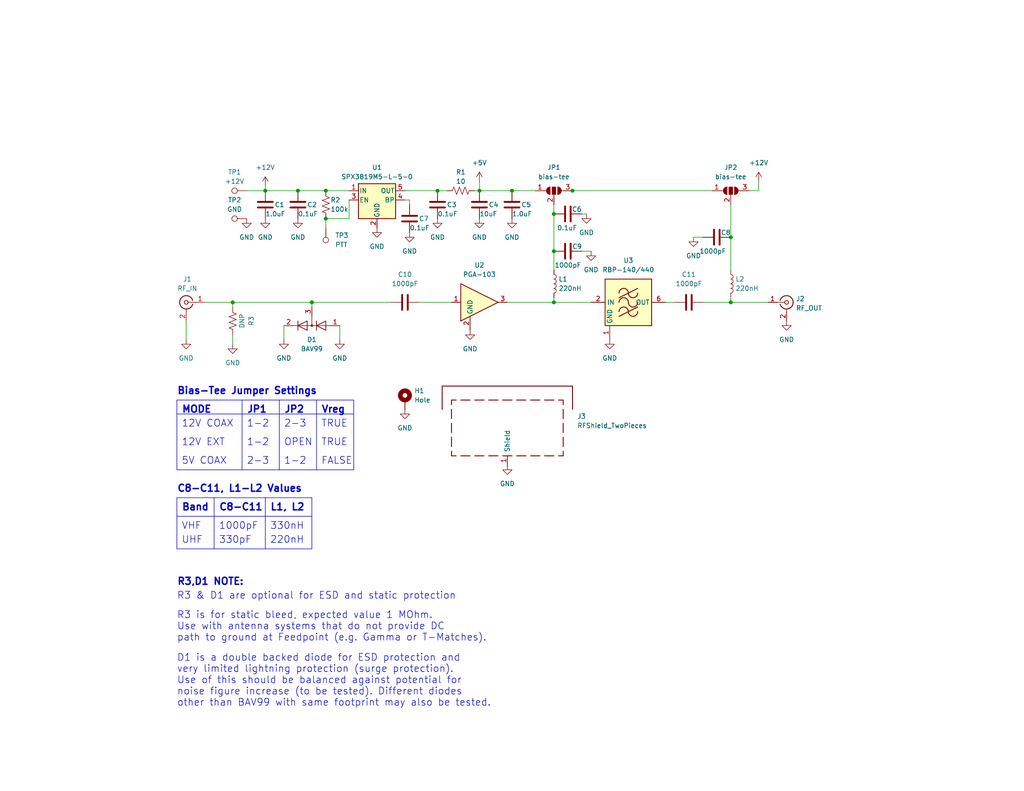
<source format=kicad_sch>
(kicad_sch (version 20230121) (generator eeschema)
  (paper "A")
  (title_block (title "PGA-103+ Preamplifier, Version 1") (date "2023-08-08") (rev "-") (company "VTGS, GSN-DSA") (comment 1 "Preamplifier for VHF/UHF Satellite Rx") (comment 2 "creativecommons.org/licenses/by/4.0/") (comment 3 "License: CC BY 4.0") (comment 4 "Author: Zach Leffke, KJ4QLP"))
  (lib_symbols
    (symbol "Connector:Conn_Coaxial" (pin_names (offset 1.016) hide)
      (property "Reference" "J" (at 0.254 3.048 0))
      (property "Value" "Conn_Coaxial" (at 2.921 0 90))
      (symbol "Conn_Coaxial_0_1"
        (arc (start -1.778 -0.508) (mid 0.2311 -1.8066) (end 1.778 0) (stroke (width 0.254)))
        (polyline (pts (xy -2.54 0) (xy -0.508 0)))
        (polyline (pts (xy 0 -2.54) (xy 0 -1.778)))
        (circle (center 0 0) (radius 0.508) (stroke (width 0.2032)))
        (arc (start 1.778 0) (mid 0.2099 1.8101) (end -1.778 0.508) (stroke (width 0.254)))
      )
      (symbol "Conn_Coaxial_1_1"
        (pin passive line (at -5.08 0 0) (length 2.54) (name "In") (number "1"))
        (pin passive line (at 0 -5.08 90) (length 2.54) (name "Ext") (number "2"))
      )
    )
    (symbol "Connector:TestPoint" (pin_numbers hide) (pin_names (offset 0.762) hide)
      (property "Reference" "TP" (at 0 6.858 0))
      (property "Value" "TestPoint" (at 0 5.08 0))
      (symbol "TestPoint_0_1"
        (circle (center 0 3.302) (radius 0.762))
      )
      (symbol "TestPoint_1_1"
        (pin passive line (at 0 0 90) (length 2.54) (name "1") (number "1"))
      )
    )
    (symbol "Device:C" (pin_numbers hide) (pin_names (offset 0.254))
      (property "Reference" "C" (at 0.635 2.54 0))
      (property "Value" "C" (at 0.635 -2.54 0))
      (symbol "C_0_1"
        (polyline (pts (xy -2.032 -0.762) (xy 2.032 -0.762)) (stroke (width 0.508)))
        (polyline (pts (xy -2.032 0.762) (xy 2.032 0.762)) (stroke (width 0.508)))
      )
      (symbol "C_1_1"
        (pin passive line (at 0 3.81 270) (length 2.794) (name "~") (number "1"))
        (pin passive line (at 0 -3.81 90) (length 2.794) (name "~") (number "2"))
      )
    )
    (symbol "Device:L" (pin_numbers hide) (pin_names (offset 1.016) hide)
      (property "Reference" "L" (at -1.27 0 90))
      (property "Value" "L" (at 1.905 0 90))
      (symbol "L_0_1"
        (arc (start 0 -2.54) (mid 0.6323 -1.905) (end 0 -1.27))
        (arc (start 0 -1.27) (mid 0.6323 -0.635) (end 0 0))
        (arc (start 0 0) (mid 0.6323 0.635) (end 0 1.27))
        (arc (start 0 1.27) (mid 0.6323 1.905) (end 0 2.54))
      )
      (symbol "L_1_1"
        (pin passive line (at 0 3.81 270) (length 1.27) (name "1") (number "1"))
        (pin passive line (at 0 -3.81 90) (length 1.27) (name "2") (number "2"))
      )
    )
    (symbol "Device:RFShield_TwoPieces" (pin_names (offset 1.016))
      (property "Reference" "J" (at 0 5.08 0))
      (property "Value" "RFShield_TwoPieces" (at 0 2.54 0))
      (symbol "RFShield_TwoPieces_0_1"
        (polyline (pts (xy -15.24 -5.08) (xy -15.24 -2.54)) (stroke (width 0.254)))
        (polyline (pts (xy -15.24 -1.27) (xy -15.24 1.27)) (stroke (width 0.254)))
        (polyline (pts (xy -15.24 2.54) (xy -15.24 5.08)) (stroke (width 0.254)))
        (polyline (pts (xy -12.7 7.62) (xy -10.16 7.62)) (stroke (width 0.254)))
        (polyline (pts (xy -10.16 -7.62) (xy -12.7 -7.62)) (stroke (width 0.254)))
        (polyline (pts (xy -6.35 -7.62) (xy -8.89 -7.62)) (stroke (width 0.254)))
        (polyline (pts (xy -6.35 7.62) (xy -8.89 7.62)) (stroke (width 0.254)))
        (polyline (pts (xy -2.54 -7.62) (xy -5.08 -7.62)) (stroke (width 0.254)))
        (polyline (pts (xy -2.54 7.62) (xy -5.08 7.62)) (stroke (width 0.254)))
        (polyline (pts (xy -1.27 -7.62) (xy 1.27 -7.62)) (stroke (width 0.254)))
        (polyline (pts (xy 1.27 7.62) (xy -1.27 7.62)) (stroke (width 0.254)))
        (polyline (pts (xy 2.54 -7.62) (xy 5.08 -7.62)) (stroke (width 0.254)))
        (polyline (pts (xy 5.08 7.62) (xy 2.54 7.62)) (stroke (width 0.254)))
        (polyline (pts (xy 6.35 -7.62) (xy 8.89 -7.62)) (stroke (width 0.254)))
        (polyline (pts (xy 8.89 7.62) (xy 6.35 7.62)) (stroke (width 0.254)))
        (polyline (pts (xy 10.16 -7.62) (xy 12.7 -7.62)) (stroke (width 0.254)))
        (polyline (pts (xy 12.7 7.62) (xy 10.16 7.62)) (stroke (width 0.254)))
        (polyline (pts (xy 15.24 -5.08) (xy 15.24 -2.54)) (stroke (width 0.254)))
        (polyline (pts (xy 15.24 -1.27) (xy 15.24 1.27)) (stroke (width 0.254)))
        (polyline (pts (xy 15.24 2.54) (xy 15.24 5.08)) (stroke (width 0.254)))
        (polyline (pts (xy -15.24 6.35) (xy -15.24 7.62) (xy -13.97 7.62)) (stroke (width 0.254)))
        (polyline (pts (xy -13.97 -7.62) (xy -15.24 -7.62) (xy -15.24 -6.35)) (stroke (width 0.254)))
        (polyline (pts (xy 13.97 -7.62) (xy 15.24 -7.62) (xy 15.24 -6.35)) (stroke (width 0.254)))
        (polyline (pts (xy 15.24 6.35) (xy 15.24 7.62) (xy 13.97 7.62)) (stroke (width 0.254)))
        (polyline (pts (xy -17.78 5.08) (xy -17.78 11.43) (xy 17.78 11.43) (xy 17.78 5.08)) (stroke (width 0.254)))
      )
      (symbol "RFShield_TwoPieces_1_1"
        (pin passive line (at 0 -10.16 90) (length 2.54) (name "Shield") (number "1"))
      )
    )
    (symbol "Device:R_US" (pin_numbers hide) (pin_names (offset 0))
      (property "Reference" "R" (at 2.54 0 90))
      (property "Value" "R_US" (at -2.54 0 90))
      (symbol "R_US_0_1"
        (polyline (pts (xy 0 -2.286) (xy 0 -2.54)))
        (polyline (pts (xy 0 2.286) (xy 0 2.54)))
        (polyline (pts (xy 0 -0.762) (xy 1.016 -1.143) (xy 0 -1.524) (xy -1.016 -1.905) (xy 0 -2.286)))
        (polyline (pts (xy 0 0.762) (xy 1.016 0.381) (xy 0 0) (xy -1.016 -0.381) (xy 0 -0.762)))
        (polyline (pts (xy 0 2.286) (xy 1.016 1.905) (xy 0 1.524) (xy -1.016 1.143) (xy 0 0.762)))
      )
      (symbol "R_US_1_1"
        (pin passive line (at 0 3.81 270) (length 1.27) (name "~") (number "1"))
        (pin passive line (at 0 -3.81 90) (length 1.27) (name "~") (number "2"))
      )
    )
    (symbol "Diode:BAV99" (pin_names hide)
      (property "Reference" "D" (at 0 5.08 0))
      (property "Value" "BAV99" (at 0 2.54 0))
      (symbol "BAV99_0_1"
        (polyline (pts (xy -5.08 0) (xy 5.08 0)))
      )
      (symbol "BAV99_1_1"
        (polyline (pts (xy 0 0) (xy 0 -2.54)))
        (polyline (pts (xy -1.27 -1.27) (xy -1.27 1.27) (xy -1.27 1.27)) (stroke (width 0.2032)))
        (polyline (pts (xy 3.81 1.27) (xy 3.81 -1.27) (xy 3.81 -1.27)) (stroke (width 0.2032)))
        (polyline (pts (xy -3.81 1.27) (xy -1.27 0) (xy -3.81 -1.27) (xy -3.81 1.27) (xy -3.81 1.27) (xy -3.81 1.27)) (stroke (width 0.2032)))
        (polyline (pts (xy 1.27 1.27) (xy 3.81 0) (xy 1.27 -1.27) (xy 1.27 1.27) (xy 1.27 1.27) (xy 1.27 1.27)) (stroke (width 0.2032)))
        (circle (center 0 0) (radius 0.254) (fill (type outline)))
        (pin passive line (at -7.62 0 0) (length 2.54) (name "K") (number "1"))
        (pin passive line (at 7.62 0 180) (length 2.54) (name "A") (number "2"))
        (pin passive line (at 0 -5.08 90) (length 2.54) (name "K") (number "3"))
      )
    )
    (symbol "Jumper:SolderJumper_3_Open" (pin_names (offset 0) hide)
      (property "Reference" "JP" (at -2.54 -2.54 0))
      (property "Value" "SolderJumper_3_Open" (at 0 2.794 0))
      (symbol "SolderJumper_3_Open_0_1"
        (arc (start -1.016 1.016) (mid -2.0276 0) (end -1.016 -1.016))
        (arc (start -1.016 1.016) (mid -2.0276 0) (end -1.016 -1.016) (fill (type outline)))
        (rectangle (start -0.508 1.016) (end 0.508 -1.016) (fill (type outline)))
        (polyline (pts (xy -2.54 0) (xy -2.032 0)))
        (polyline (pts (xy -1.016 1.016) (xy -1.016 -1.016)))
        (polyline (pts (xy 0 -1.27) (xy 0 -1.016)))
        (polyline (pts (xy 1.016 1.016) (xy 1.016 -1.016)))
        (polyline (pts (xy 2.54 0) (xy 2.032 0)))
        (arc (start 1.016 -1.016) (mid 2.0276 0) (end 1.016 1.016))
        (arc (start 1.016 -1.016) (mid 2.0276 0) (end 1.016 1.016) (fill (type outline)))
      )
      (symbol "SolderJumper_3_Open_1_1"
        (pin passive line (at -5.08 0 0) (length 2.54) (name "A") (number "1"))
        (pin passive line (at 0 -3.81 90) (length 2.54) (name "C") (number "2"))
        (pin passive line (at 5.08 0 180) (length 2.54) (name "B") (number "3"))
      )
    )
    (symbol "Mechanical:MountingHole_Pad" (pin_numbers hide) (pin_names (offset 1.016) hide)
      (property "Reference" "H" (at 0 6.35 0))
      (property "Value" "MountingHole_Pad" (at 0 4.445 0))
      (symbol "MountingHole_Pad_0_1"
        (circle (center 0 1.27) (radius 1.27) (stroke (width 1.27)))
      )
      (symbol "MountingHole_Pad_1_1"
        (pin input line (at 0 -2.54 90) (length 2.54) (name "1") (number "1"))
      )
    )
    (symbol "RF_Amplifier:PGA-103"
      (property "Reference" "U" (at -1.27 7.62 0))
      (property "Value" "PGA-103" (at 2.54 5.08 0))
      (symbol "PGA-103_0_1"
        (polyline (pts (xy 5.08 0) (xy -5.08 5.08) (xy -5.08 -5.08) (xy 5.08 0)) (stroke (width 0.254)) (fill (type background)))
      )
      (symbol "PGA-103_1_1"
        (pin input line (at -7.62 0 0) (length 2.54) (name "~") (number "1"))
        (pin power_in line (at -2.54 -7.62 90) (length 3.81) (name "GND") (number "2"))
        (pin output line (at 7.62 0 180) (length 2.54) (name "~") (number "3"))
      )
    )
    (symbol "RF_Filter:RBP-280"
      (property "Reference" "U" (at -6.35 7.62 0))
      (property "Value" "RBP-280" (at 6.35 7.62 0))
      (symbol "RBP-280_0_1"
        (rectangle (start -6.35 6.35) (end 6.35 -6.35) (stroke (width 0.254)) (fill (type background)))
        (arc (start 0 -2.54) (mid -1.27 -1.2755) (end -2.54 -2.54) (stroke (width 0.254)))
        (arc (start 0 -2.54) (mid 1.27 -3.8045) (end 2.54 -2.54) (stroke (width 0.254)))
        (arc (start 0 0) (mid -1.27 1.2645) (end -2.54 0) (stroke (width 0.254)))
        (polyline (pts (xy -2.54 -3.81) (xy 2.54 -1.27)) (stroke (width 0.254)))
        (polyline (pts (xy -2.54 1.27) (xy 2.54 3.81)) (stroke (width 0.254)))
        (arc (start 0 0) (mid 1.27 -1.2645) (end 2.54 0) (stroke (width 0.254)))
        (arc (start 0 2.54) (mid -1.27 3.8045) (end -2.54 2.54) (stroke (width 0.254)))
        (arc (start 0 2.54) (mid 1.27 1.2755) (end 2.54 2.54) (stroke (width 0.254)))
      )
      (symbol "RBP-280_1_1"
        (pin power_in line (at -5.08 -10.16 90) (length 3.81) (name "GND") (number "1"))
        (pin input line (at -10.16 0 0) (length 3.81) (name "IN") (number "2"))
        (pin passive line (at -5.08 -10.16 90) (length 3.81) hide (name "GND") (number "3"))
        (pin passive line (at -5.08 -10.16 90) (length 3.81) hide (name "GND") (number "4"))
        (pin passive line (at -5.08 -10.16 90) (length 3.81) hide (name "GND") (number "5"))
        (pin output line (at 10.16 0 180) (length 3.81) (name "OUT") (number "6"))
        (pin passive line (at -5.08 -10.16 90) (length 3.81) hide (name "GND") (number "7"))
        (pin passive line (at -5.08 -10.16 90) (length 3.81) hide (name "GND") (number "8"))
      )
    )
    (symbol "Regulator_Linear:SPX3819M5-L-5-0" (pin_names (offset 0.254))
      (property "Reference" "U" (at -3.81 5.715 0))
      (property "Value" "SPX3819M5-L-5-0" (at 0 5.715 0))
      (symbol "SPX3819M5-L-5-0_0_1"
        (rectangle (start -5.08 4.445) (end 5.08 -5.08) (stroke (width 0.254)) (fill (type background)))
      )
      (symbol "SPX3819M5-L-5-0_1_1"
        (pin power_in line (at -7.62 2.54 0) (length 2.54) (name "IN") (number "1"))
        (pin power_in line (at 0 -7.62 90) (length 2.54) (name "GND") (number "2"))
        (pin input line (at -7.62 0 0) (length 2.54) (name "EN") (number "3"))
        (pin input line (at 7.62 0 180) (length 2.54) (name "BP") (number "4"))
        (pin power_out line (at 7.62 2.54 180) (length 2.54) (name "OUT") (number "5"))
      )
    )
    (symbol "power:+12V" (power) (pin_names (offset 0))
      (property "Value" "+12V" (at 0 3.556 0))
      (symbol "+12V_0_1"
        (polyline (pts (xy -0.762 1.27) (xy 0 2.54)))
        (polyline (pts (xy 0 0) (xy 0 2.54)))
        (polyline (pts (xy 0 2.54) (xy 0.762 1.27)))
      )
      (symbol "+12V_1_1"
        (pin power_in line (at 0 0 90) (length 0) hide (name "+12V") (number "1"))
      )
    )
    (symbol "power:+5V" (power) (pin_names (offset 0))
      (property "Value" "+5V" (at 0 3.556 0))
      (symbol "+5V_0_1"
        (polyline (pts (xy -0.762 1.27) (xy 0 2.54)))
        (polyline (pts (xy 0 0) (xy 0 2.54)))
        (polyline (pts (xy 0 2.54) (xy 0.762 1.27)))
      )
      (symbol "+5V_1_1"
        (pin power_in line (at 0 0 90) (length 0) hide (name "+5V") (number "1"))
      )
    )
    (symbol "power:GND" (power) (pin_names (offset 0))
      (property "Value" "GND" (at 0 -3.81 0))
      (symbol "GND_0_1"
        (polyline (pts (xy 0 0) (xy 0 -1.27) (xy 1.27 -1.27) (xy 0 -2.54) (xy -1.27 -1.27) (xy 0 -1.27)))
      )
      (symbol "GND_1_1"
        (pin power_in line (at 0 0 270) (length 0) hide (name "GND") (number "1"))
      )
    )
  )
  (junction (at 151.13 58.42))
  (junction (at 81.28 52.07))
  (junction (at 119.38 52.07))
  (junction (at 130.81 52.07))
  (junction (at 88.9 52.07))
  (junction (at 72.39 52.07))
  (junction (at 199.39 64.77))
  (junction (at 156.21 52.07))
  (junction (at 85.09 82.55))
  (junction (at 139.7 52.07))
  (junction (at 199.39 82.55))
  (junction (at 88.9 59.69))
  (junction (at 151.13 68.58))
  (junction (at 63.5 82.55))
  (junction (at 151.13 82.55))
  (wire (pts (xy 207.01 52.07) (xy 207.01 49.53)))
  (wire (pts (xy 92.71 88.9) (xy 92.71 92.71)))
  (wire (pts (xy 55.88 82.55) (xy 63.5 82.55)))
  (wire (pts (xy 72.39 50.8) (xy 72.39 52.07)))
  (wire (pts (xy 85.09 82.55) (xy 106.68 82.55)))
  (wire (pts (xy 151.13 81.28) (xy 151.13 82.55)))
  (wire (pts (xy 199.39 81.28) (xy 199.39 82.55)))
  (wire (pts (xy 153.67 52.07) (xy 156.21 52.07)))
  (wire (pts (xy 151.13 58.42) (xy 151.13 68.58)))
  (polyline (pts (xy 48.26 140.97) (xy 85.09 140.97)))
  (wire (pts (xy 151.13 68.58) (xy 151.13 73.66)))
  (wire (pts (xy 199.39 55.88) (xy 199.39 64.77)))
  (wire (pts (xy 189.23 64.77) (xy 191.77 64.77)))
  (wire (pts (xy 181.61 82.55) (xy 184.15 82.55)))
  (wire (pts (xy 85.09 82.55) (xy 85.09 83.82)))
  (wire (pts (xy 114.3 82.55) (xy 123.19 82.55)))
  (polyline (pts (xy 58.42 135.89) (xy 58.42 149.86)))
  (wire (pts (xy 151.13 55.88) (xy 151.13 58.42)))
  (wire (pts (xy 139.7 52.07) (xy 146.05 52.07)))
  (wire (pts (xy 95.25 59.69) (xy 95.25 54.61)))
  (wire (pts (xy 130.81 52.07) (xy 139.7 52.07)))
  (wire (pts (xy 72.39 52.07) (xy 81.28 52.07)))
  (wire (pts (xy 191.77 82.55) (xy 199.39 82.55)))
  (wire (pts (xy 199.39 82.55) (xy 209.55 82.55)))
  (polyline (pts (xy 76.2 109.22) (xy 76.2 128.27)))
  (polyline (pts (xy 48.26 113.03) (xy 96.52 113.03)))
  (wire (pts (xy 199.39 64.77) (xy 199.39 73.66)))
  (polyline (pts (xy 48.26 109.22) (xy 96.52 109.22)))
  (polyline (pts (xy 72.39 135.89) (xy 72.39 149.86)))
  (wire (pts (xy 88.9 59.69) (xy 88.9 62.23)))
  (wire (pts (xy 110.49 52.07) (xy 119.38 52.07)))
  (wire (pts (xy 158.75 68.58) (xy 161.29 68.58)))
  (polyline (pts (xy 96.52 109.22) (xy 96.52 128.27)))
  (polyline (pts (xy 85.09 135.89) (xy 85.09 149.86)))
  (polyline (pts (xy 48.26 109.22) (xy 48.26 128.27)))
  (polyline (pts (xy 48.26 135.89) (xy 85.09 135.89)))
  (wire (pts (xy 129.54 52.07) (xy 130.81 52.07)))
  (wire (pts (xy 67.31 52.07) (xy 72.39 52.07)))
  (wire (pts (xy 63.5 82.55) (xy 85.09 82.55)))
  (polyline (pts (xy 86.36 109.22) (xy 86.36 128.27)))
  (wire (pts (xy 88.9 52.07) (xy 95.25 52.07)))
  (wire (pts (xy 81.28 52.07) (xy 88.9 52.07)))
  (wire (pts (xy 204.47 52.07) (xy 207.01 52.07)))
  (wire (pts (xy 88.9 59.69) (xy 95.25 59.69)))
  (polyline (pts (xy 66.04 109.22) (xy 66.04 128.27)))
  (wire (pts (xy 156.21 52.07) (xy 194.31 52.07)))
  (wire (pts (xy 160.02 58.42) (xy 158.75 58.42)))
  (polyline (pts (xy 96.52 128.27) (xy 48.26 128.27)))
  (wire (pts (xy 138.43 82.55) (xy 151.13 82.55)))
  (wire (pts (xy 119.38 52.07) (xy 121.92 52.07)))
  (wire (pts (xy 151.13 82.55) (xy 161.29 82.55)))
  (polyline (pts (xy 48.26 149.86) (xy 85.09 149.86)))
  (wire (pts (xy 63.5 91.44) (xy 63.5 93.98)))
  (wire (pts (xy 77.47 88.9) (xy 77.47 92.71)))
  (wire (pts (xy 63.5 83.82) (xy 63.5 82.55)))
  (wire (pts (xy 111.76 54.61) (xy 111.76 55.88)))
  (wire (pts (xy 110.49 54.61) (xy 111.76 54.61)))
  (wire (pts (xy 50.8 87.63) (xy 50.8 92.71)))
  (polyline (pts (xy 48.26 135.89) (xy 48.26 149.86)))
  (wire (pts (xy 130.81 49.53) (xy 130.81 52.07)))
  (text "UHF" (at 49.53 148.59 0) (effects (font (size 1.905 1.905)) (justify left bottom)))
  (text "2-3" (at 67.31 127 0) (effects (font (size 1.905 1.905)) (justify left bottom)))
  (text "TRUE" (at 87.63 116.84 0) (effects (font (size 1.905 1.905)) (justify left bottom)))
  (text "2-3" (at 77.47 116.84 0) (effects (font (size 1.905 1.905)) (justify left bottom)))
  (text "R3 is for static bleed, expected value 1 MOhm.\nUse with antenna systems that do not provide DC \npath to ground at Feedpoint (e.g. Gamma or T-Matches)." (at 48.26 175.26 0) (effects (font (size 1.905 1.905)) (justify left bottom)))
  (text "330nH" (at 73.66 144.78 0) (effects (font (size 1.905 1.905)) (justify left bottom)))
  (text "D1 is a double backed diode for ESD protection and \nvery limited lightning protection (surge protection).  \nUse of this should be balanced against potential for \nnoise figure increase (to be tested). Different diodes \nother than BAV99 with same footprint may also be tested." (at 48.26 193.04 0) (effects (font (size 1.905 1.905)) (justify left bottom)))
  (text "330pF" (at 59.69 148.59 0) (effects (font (size 1.905 1.905)) (justify left bottom)))
  (text "C8-C11" (at 59.69 139.7 0) (effects (font (size 1.905 1.905) (thickness 0.381) bold) (justify left bottom)))
  (text "VHF" (at 49.53 144.78 0) (effects (font (size 1.905 1.905)) (justify left bottom)))
  (text "OPEN" (at 77.47 121.92 0) (effects (font (size 1.905 1.905)) (justify left bottom)))
  (text "R3,D1 NOTE:" (at 48.26 160.02 0) (effects (font (size 1.905 1.905) (thickness 0.381) bold) (justify left bottom)))
  (text "Bias-Tee Jumper Settings" (at 48.26 107.95 0) (effects (font (size 1.905 1.905) (thickness 0.381) bold) (justify left bottom)))
  (text "JP1" (at 67.31 113.03 0) (effects (font (size 1.905 1.905) (thickness 0.381) bold) (justify left bottom)))
  (text "R3 & D1 are optional for ESD and static protection" (at 48.26 163.83 0) (effects (font (size 1.905 1.905)) (justify left bottom)))
  (text "JP2" (at 77.47 113.03 0) (effects (font (size 1.905 1.905) (thickness 0.381) bold) (justify left bottom)))
  (text "C8-C11, L1-L2 Values" (at 48.26 134.62 0) (effects (font (size 1.905 1.905) (thickness 0.381) bold) (justify left bottom)))
  (text "12V COAX" (at 49.53 116.84 0) (effects (font (size 1.905 1.905)) (justify left bottom)))
  (text "1-2" (at 67.31 121.92 0) (effects (font (size 1.905 1.905)) (justify left bottom)))
  (text "Vreg" (at 87.63 113.03 0) (effects (font (size 1.905 1.905) (thickness 0.381) bold) (justify left bottom)))
  (text "1-2" (at 67.31 116.84 0) (effects (font (size 1.905 1.905)) (justify left bottom)))
  (text "TRUE" (at 87.63 121.92 0) (effects (font (size 1.905 1.905)) (justify left bottom)))
  (text "220nH" (at 73.66 148.59 0) (effects (font (size 1.905 1.905)) (justify left bottom)))
  (text "1000pF" (at 59.69 144.78 0) (effects (font (size 1.905 1.905)) (justify left bottom)))
  (text "MODE" (at 49.53 113.03 0) (effects (font (size 1.905 1.905) (thickness 0.381) bold) (justify left bottom)))
  (text "1-2" (at 77.47 127 0) (effects (font (size 1.905 1.905)) (justify left bottom)))
  (text "5V COAX" (at 49.53 127 0) (effects (font (size 1.905 1.905)) (justify left bottom)))
  (text "Band" (at 49.53 139.7 0) (effects (font (size 1.905 1.905) (thickness 0.381) bold) (justify left bottom)))
  (text "L1, L2" (at 73.66 139.7 0) (effects (font (size 1.905 1.905) (thickness 0.381) bold) (justify left bottom)))
  (text "12V EXT" (at 49.53 121.92 0) (effects (font (size 1.905 1.905)) (justify left bottom)))
  (text "FALSE" (at 87.63 127 0) (effects (font (size 1.905 1.905)) (justify left bottom)))
  (symbol (lib_id "power:GND") (at 128.27 90.17 0) (unit 1)
    (property "Reference" "#PWR016" (effects hide))
    (property "Value" "GND" (at 128.27 95.25 0))
  )
  (symbol (lib_id "Device:C") (at 139.7 55.88 180) (unit 1)
    (property "Reference" "C5" (at 142.24 55.88 0) (effects (justify right)))
    (property "Value" "1.0uF" (at 139.7 58.42 0) (effects (justify right)))
    (property "Footprint" "digikey-footprints:0805" (effects hide))
  )
  (symbol (lib_id "power:GND") (at 72.39 59.69 0) (unit 1)
    (property "Reference" "#PWR06" (effects hide))
    (property "Value" "GND" (at 72.39 64.77 0))
  )
  (symbol (lib_id "power:GND") (at 110.49 111.76 0) (unit 1)
    (property "Reference" "#PWR022" (effects hide))
    (property "Value" "GND" (at 110.49 116.84 0))
  )
  (symbol (lib_id "power:GND") (at 139.7 59.69 0) (unit 1)
    (property "Reference" "#PWR010" (effects hide))
    (property "Value" "GND" (at 139.7 64.77 0))
  )
  (symbol (lib_id "power:GND") (at 161.29 68.58 0) (unit 1)
    (property "Reference" "#PWR014" (effects hide))
    (property "Value" "GND" (at 161.29 73.66 0))
  )
  (symbol (lib_id "Device:R_US") (at 88.9 55.88 0) (unit 1)
    (property "Reference" "R2" (at 90.17 54.61 0) (effects (justify left)))
    (property "Value" "100k" (at 90.17 57.15 0) (effects (justify left)))
    (property "Footprint" "digikey-footprints:0805" (effects hide))
  )
  (symbol (lib_id "Connector:TestPoint") (at 67.31 59.69 90) (unit 1)
    (property "Reference" "TP2" (at 64.008 54.61 90))
    (property "Value" "GND" (at 64.008 57.15 90))
    (property "Footprint" "TestPoint:TestPoint_Pad_2.0x2.0mm" (effects hide))
  )
  (symbol (lib_id "Device:C") (at 72.39 55.88 180) (unit 1)
    (property "Reference" "C1" (at 74.93 55.88 0) (effects (justify right)))
    (property "Value" "1.0uF" (at 72.39 58.42 0) (effects (justify right)))
    (property "Footprint" "digikey-footprints:0805" (effects hide))
  )
  (symbol (lib_id "Connector:TestPoint") (at 67.31 52.07 90) (unit 1)
    (property "Reference" "TP1" (at 64.008 46.99 90))
    (property "Value" "+12V" (at 64.008 49.53 90))
    (property "Footprint" "TestPoint:TestPoint_Pad_2.0x2.0mm" (effects hide))
  )
  (symbol (lib_id "Device:L") (at 151.13 77.47 0) (unit 1)
    (property "Reference" "L1" (at 152.4 76.2 0) (effects (justify left)))
    (property "Value" "220nH" (at 152.4 78.74 0) (effects (justify left)))
    (property "Footprint" "digikey-footprints:0805" (effects hide))
  )
  (symbol (lib_id "RF_Filter:RBP-280") (at 171.45 82.55 0) (unit 1)
    (property "Reference" "U3" (at 171.45 71.12 0))
    (property "Value" "RBP-140/440" (at 171.45 73.66 0))
    (property "Footprint" "RF_Mini-Circuits:Mini-Circuits_GP731_LandPatternPL-176" (effects hide))
    (property "Datasheet" "https://www.minicircuits.com/pdfs/RBP-280+.pdf" (effects hide))
  )
  (symbol (lib_id "power:GND") (at 130.81 59.69 0) (unit 1)
    (property "Reference" "#PWR09" (effects hide))
    (property "Value" "GND" (at 130.81 64.77 0))
  )
  (symbol (lib_id "power:GND") (at 81.28 59.69 0) (unit 1)
    (property "Reference" "#PWR07" (effects hide))
    (property "Value" "GND" (at 81.28 64.77 0))
  )
  (symbol (lib_id "power:GND") (at 77.47 92.71 0) (unit 1)
    (property "Reference" "#PWR018" (effects hide))
    (property "Value" "GND" (at 77.47 97.79 0))
  )
  (symbol (lib_id "Connector:Conn_Coaxial") (at 50.8 82.55 0) (mirror y) (unit 1)
    (property "Reference" "J1" (at 51.1174 76.2 0))
    (property "Value" "RF_IN" (at 51.1174 78.74 0))
    (property "Footprint" "Connector_Coaxial:SMA_Samtec_SMA-J-P-X-ST-EM1_EdgeMount" (effects hide))
    (property "Datasheet" " ~" (effects hide))
  )
  (symbol (lib_id "power:+5V") (at 130.81 49.53 0) (unit 1)
    (property "Reference" "#PWR01" (effects hide))
    (property "Value" "+5V" (at 130.81 44.45 0))
  )
  (symbol (lib_id "power:GND") (at 214.63 87.63 0) (unit 1)
    (property "Reference" "#PWR015" (effects hide))
    (property "Value" "GND" (at 214.63 92.71 0))
  )
  (symbol (lib_id "Device:L") (at 199.39 77.47 0) (unit 1)
    (property "Reference" "L2" (at 200.66 76.2 0) (effects (justify left)))
    (property "Value" "220nH" (at 200.66 78.74 0) (effects (justify left)))
    (property "Footprint" "digikey-footprints:0805" (effects hide))
  )
  (symbol (lib_id "Diode:BAV99") (at 85.09 88.9 180) (unit 1)
    (property "Reference" "D1" (at 85.09 92.71 0))
    (property "Value" "BAV99" (at 85.09 95.25 0))
    (property "Footprint" "Package_TO_SOT_SMD:SOT-23" (effects hide))
    (property "Datasheet" "https://assets.nexperia.com/documents/data-sheet/BAV99_SER.pdf" (effects hide))
  )
  (symbol (lib_id "Regulator_Linear:SPX3819M5-L-5-0") (at 102.87 54.61 0) (unit 1)
    (property "Reference" "U1" (at 102.87 45.72 0))
    (property "Value" "SPX3819M5-L-5-0" (at 102.87 48.26 0))
    (property "Footprint" "Package_TO_SOT_SMD:SOT-23-5" (effects hide))
    (property "Datasheet" "https://www.exar.com/content/document.ashx?id=22106&languageid=1033&type=Datasheet&partnumber=SPX3819&filename=SPX3819.pdf&part=SPX3819" (effects hide))
  )
  (symbol (lib_id "Device:C") (at 195.58 64.77 270) (unit 1)
    (property "Reference" "C8" (at 199.39 63.5 90) (effects (justify right)))
    (property "Value" "1000pF" (at 198.12 68.58 90) (effects (justify right)))
    (property "Footprint" "digikey-footprints:0805" (effects hide))
  )
  (symbol (lib_id "power:GND") (at 67.31 59.69 0) (unit 1)
    (property "Reference" "#PWR05" (effects hide))
    (property "Value" "GND" (at 67.31 64.77 0))
  )
  (symbol (lib_id "power:GND") (at 111.76 63.5 0) (unit 1)
    (property "Reference" "#PWR012" (effects hide))
    (property "Value" "GND" (at 111.76 68.58 0))
  )
  (symbol (lib_id "Device:R_US") (at 63.5 87.63 0) (unit 1)
    (property "Reference" "R3" (at 68.58 87.63 90))
    (property "Value" "DNP" (at 66.04 87.63 90))
    (property "Footprint" "digikey-footprints:0805" (effects hide))
  )
  (symbol (lib_id "Device:C") (at 187.96 82.55 90) (unit 1)
    (property "Reference" "C11" (at 187.96 74.93 90))
    (property "Value" "1000pF" (at 187.96 77.47 90))
    (property "Footprint" "digikey-footprints:0805" (effects hide))
  )
  (symbol (lib_id "Device:C") (at 111.76 59.69 180) (unit 1)
    (property "Reference" "C7" (at 114.3 59.69 0) (effects (justify right)))
    (property "Value" "0.1uF" (at 111.76 62.23 0) (effects (justify right)))
    (property "Footprint" "digikey-footprints:0805" (effects hide))
  )
  (symbol (lib_id "Connector:Conn_Coaxial") (at 214.63 82.55 0) (unit 1)
    (property "Reference" "J2" (at 217.17 81.5732 0) (effects (justify left)))
    (property "Value" "RF_OUT" (at 217.17 84.1132 0) (effects (justify left)))
    (property "Footprint" "Connector_Coaxial:SMA_Samtec_SMA-J-P-X-ST-EM1_EdgeMount" (effects hide))
    (property "Datasheet" " ~" (effects hide))
  )
  (symbol (lib_id "Device:C") (at 154.94 58.42 270) (unit 1)
    (property "Reference" "C6" (at 158.75 57.15 90) (effects (justify right)))
    (property "Value" "0.1uF" (at 157.48 62.23 90) (effects (justify right)))
    (property "Footprint" "digikey-footprints:0805" (effects hide))
  )
  (symbol (lib_id "power:GND") (at 92.71 92.71 0) (unit 1)
    (property "Reference" "#PWR019" (effects hide))
    (property "Value" "GND" (at 92.71 97.79 0))
  )
  (symbol (lib_id "Device:C") (at 81.28 55.88 180) (unit 1)
    (property "Reference" "C2" (at 83.82 55.88 0) (effects (justify right)))
    (property "Value" "0.1uF" (at 81.28 58.42 0) (effects (justify right)))
    (property "Footprint" "digikey-footprints:0805" (effects hide))
  )
  (symbol (lib_id "Jumper:SolderJumper_3_Open") (at 151.13 52.07 0) (unit 1)
    (property "Reference" "JP1" (at 151.13 45.72 0))
    (property "Value" "bias-tee" (at 151.13 48.26 0))
    (property "Footprint" "Jumper:SolderJumper-3_P1.3mm_Open_RoundedPad1.0x1.5mm_NumberLabels" (effects hide))
  )
  (symbol (lib_id "Device:C") (at 154.94 68.58 270) (unit 1)
    (property "Reference" "C9" (at 157.48 67.31 90))
    (property "Value" "1000pF" (at 154.94 72.39 90))
    (property "Footprint" "digikey-footprints:0805" (effects hide))
  )
  (symbol (lib_id "power:GND") (at 166.37 92.71 0) (unit 1)
    (property "Reference" "#PWR020" (effects hide))
    (property "Value" "GND" (at 166.37 97.79 0))
  )
  (symbol (lib_id "Device:C") (at 130.81 55.88 180) (unit 1)
    (property "Reference" "C4" (at 133.35 55.88 0) (effects (justify right)))
    (property "Value" "10uF" (at 130.81 58.42 0) (effects (justify right)))
    (property "Footprint" "digikey-footprints:0805" (effects hide))
  )
  (symbol (lib_id "power:GND") (at 189.23 64.77 0) (unit 1)
    (property "Reference" "#PWR013" (effects hide))
    (property "Value" "GND" (at 189.23 69.85 0))
  )
  (symbol (lib_id "Jumper:SolderJumper_3_Open") (at 199.39 52.07 0) (unit 1)
    (property "Reference" "JP2" (at 199.39 45.72 0))
    (property "Value" "bias-tee" (at 199.39 48.26 0))
    (property "Footprint" "Jumper:SolderJumper-3_P1.3mm_Open_RoundedPad1.0x1.5mm_NumberLabels" (effects hide))
  )
  (symbol (lib_id "RF_Amplifier:PGA-103") (at 130.81 82.55 0) (unit 1)
    (property "Reference" "U2" (at 130.81 72.39 0))
    (property "Value" "PGA-103" (at 130.81 74.93 0))
    (property "Footprint" "Package_TO_SOT_SMD:SOT-89-3" (effects hide))
    (property "Datasheet" "https://www.minicircuits.com/pdfs/PGA-103+.pdf" (effects hide))
  )
  (symbol (lib_id "Mechanical:MountingHole_Pad") (at 110.49 109.22 0) (unit 1)
    (property "Reference" "H1" (at 113.03 106.68 0) (effects (justify left)))
    (property "Value" "Hole" (at 113.03 109.22 0) (effects (justify left)))
    (property "Footprint" "TestPoint:TestPoint_Plated_Hole_D4.0mm" (effects hide))
  )
  (symbol (lib_id "Device:C") (at 110.49 82.55 90) (unit 1)
    (property "Reference" "C10" (at 110.49 74.93 90))
    (property "Value" "1000pF" (at 110.49 77.47 90))
    (property "Footprint" "digikey-footprints:0805" (effects hide))
  )
  (symbol (lib_id "Device:RFShield_TwoPieces") (at 138.43 116.84 0) (unit 1)
    (property "Reference" "J3" (at 157.48 113.665 0) (effects (justify left)))
    (property "Value" "RFShield_TwoPieces" (at 157.48 116.205 0) (effects (justify left)))
    (property "Footprint" "RF_Shielding:Wuerth_36103205_20x20mm" (effects hide))
  )
  (symbol (lib_id "power:GND") (at 63.5 93.98 0) (unit 1)
    (property "Reference" "#PWR021" (effects hide))
    (property "Value" "GND" (at 63.5 99.06 0))
  )
  (symbol (lib_id "power:GND") (at 102.87 62.23 0) (unit 1)
    (property "Reference" "#PWR011" (effects hide))
    (property "Value" "GND" (at 102.87 67.31 0))
  )
  (symbol (lib_id "Connector:TestPoint") (at 88.9 62.23 180) (unit 1)
    (property "Reference" "TP3" (at 91.44 64.262 0) (effects (justify right)))
    (property "Value" "PTT" (at 91.44 66.802 0) (effects (justify right)))
    (property "Footprint" "TestPoint:TestPoint_Pad_2.0x2.0mm" (effects hide))
  )
  (symbol (lib_id "power:+12V") (at 207.01 49.53 0) (unit 1)
    (property "Reference" "#PWR02" (effects hide))
    (property "Value" "+12V" (at 207.01 44.45 0))
  )
  (symbol (lib_id "power:GND") (at 138.43 127 0) (unit 1)
    (property "Reference" "#PWR023" (effects hide))
    (property "Value" "GND" (at 138.43 132.08 0))
  )
  (symbol (lib_id "power:GND") (at 160.02 58.42 0) (unit 1)
    (property "Reference" "#PWR04" (effects hide))
    (property "Value" "GND" (at 160.02 63.5 0))
  )
  (symbol (lib_id "Device:R_US") (at 125.73 52.07 90) (unit 1)
    (property "Reference" "R1" (at 125.73 46.99 90))
    (property "Value" "10" (at 125.73 49.53 90))
    (property "Footprint" "digikey-footprints:0805" (effects hide))
  )
  (symbol (lib_id "Device:C") (at 119.38 55.88 180) (unit 1)
    (property "Reference" "C3" (at 121.92 55.88 0) (effects (justify right)))
    (property "Value" "0.1uF" (at 119.38 58.42 0) (effects (justify right)))
    (property "Footprint" "digikey-footprints:0805" (effects hide))
  )
  (symbol (lib_id "power:GND") (at 50.8 92.71 0) (unit 1)
    (property "Reference" "#PWR017" (effects hide))
    (property "Value" "GND" (at 50.8 97.79 0))
  )
  (symbol (lib_id "power:+12V") (at 72.39 50.8 0) (unit 1)
    (property "Reference" "#PWR03" (effects hide))
    (property "Value" "+12V" (at 72.39 45.72 0))
  )
  (symbol (lib_id "power:GND") (at 119.38 59.69 0) (unit 1)
    (property "Reference" "#PWR08" (effects hide))
    (property "Value" "GND" (at 119.38 64.77 0))
  )
)
</source>
